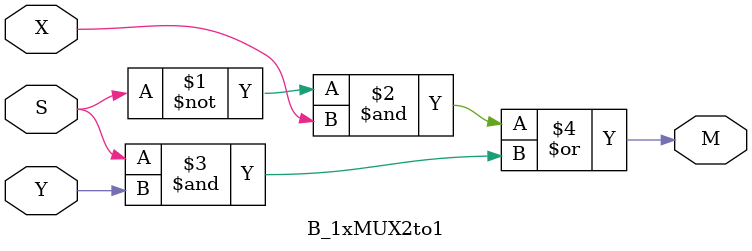
<source format=v>
module B_1xMUX2to1(
	input S, X, Y,
	output M
);
	assign M = ((~S & X) | (S & Y));
endmodule
</source>
